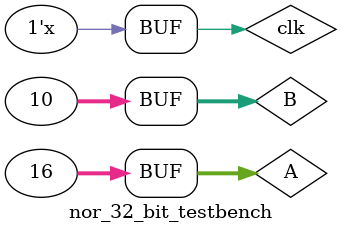
<source format=v>
`timescale 1 ps / 1 ps

module nor_32_bit_testbench();

reg [31:0] A;
reg [31:0] B;
wire [31:0] OUT;
	
	reg clk;
	
	nor_32_bit TB(.A(A), .B(B) , .OUT(OUT));
	
	always 
		begin 
			#2 clk = ~clk;
		end
	
	initial 
		begin 
			A = 32'd0;
			B = 32'd0;
			
			#5 A = 32'd16;
			B = 32'd10;


		end


endmodule
		
</source>
